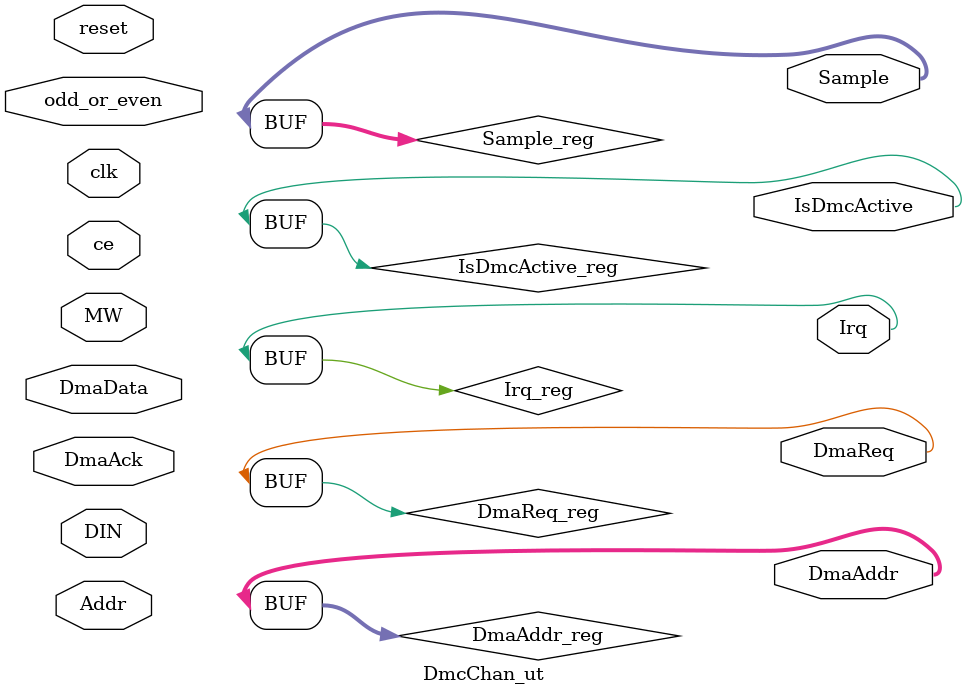
<source format=v>
module DmcChan_ut (
	 clk,
	 ce,
	 reset,
	 odd_or_even,
	 Addr,
	 DIN,
	 MW,
	 Sample,
	 DmaReq,
	 DmaAck,
	 DmaAddr,
	 DmaData,
	 Irq,
	 IsDmcActive
);

// Inputs and Registers
input   clk;
reg  clk_reg;
input   ce;
reg  ce_reg;
input   reset;
reg  reset_reg;
input   odd_or_even;
reg  odd_or_even_reg;
input [2:0]  Addr;
reg[2:0]  Addr_reg;
input [7:0]  DIN;
reg[7:0]  DIN_reg;
input   MW;
reg  MW_reg;
input   DmaAck;
reg  DmaAck_reg;
input [7:0]  DmaData;
reg[7:0]  DmaData_reg;

// Outputs, Registers & Wires
output [6:0]  Sample;
reg[6:0]  Sample_reg;
wire[6:0]  Sample_wire;
output   DmaReq;
reg  DmaReq_reg;
wire  DmaReq_wire;
output [15:0]  DmaAddr;
reg[15:0]  DmaAddr_reg;
wire[15:0]  DmaAddr_wire;
output   Irq;
reg  Irq_reg;
wire  Irq_wire;
output   IsDmcActive;
reg  IsDmcActive_reg;
wire  IsDmcActive_wire;

// Assigning outputs.
assign  Sample =  Sample_reg;
assign  DmaReq =  DmaReq_reg;
assign  DmaAddr =  DmaAddr_reg;
assign  Irq =  Irq_reg;
assign  IsDmcActive =  IsDmcActive_reg;
DmcChan inst1(
	 . clk( clk_reg),
	 . ce( ce_reg),
	 . reset( reset_reg),
	 . odd_or_even( odd_or_even_reg),
	 . Addr( Addr_reg),
	 . DIN( DIN_reg),
	 . MW( MW_reg),
	 . DmaAck( DmaAck_reg),
	 . DmaData( DmaData_reg),
	 . Sample( Sample_wire),
	 . DmaReq( DmaReq_wire),
	 . DmaAddr( DmaAddr_wire),
	 . Irq( Irq_wire),
	 . IsDmcActive( IsDmcActive_wire)
);

endmodule

</source>
